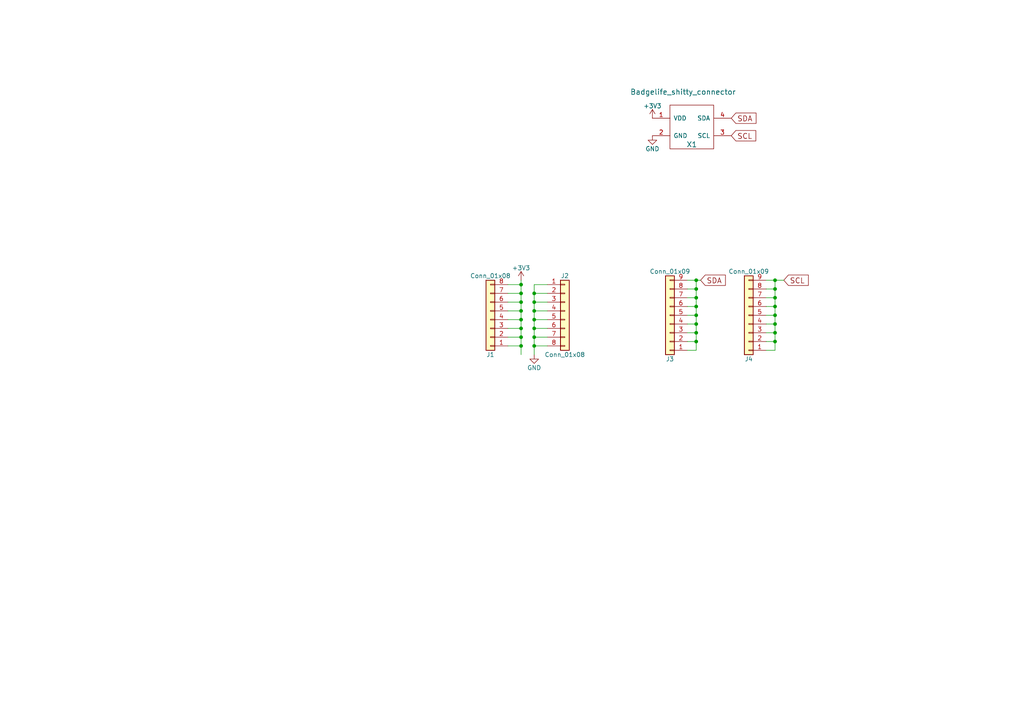
<source format=kicad_sch>
(kicad_sch (version 20230121) (generator eeschema)
  (paper "A4")
  (title_block (title "Badgelife Development Board") (date "2018-06-06") (rev "Millenium Edition") (company "AND!XOR") (comment 1 "Apache 2.0 License"))
  (lib_symbols
    (symbol "badgelife_dev_board-rescue:+3.3V" (power) (pin_names (offset 0))
      (property "Value" "+3.3V" (at 0 3.556 0))
      (symbol "+3.3V_0_1"
        (polyline (pts (xy -0.762 1.27) (xy 0 2.54)))
        (polyline (pts (xy 0 0) (xy 0 2.54)))
        (polyline (pts (xy 0 2.54) (xy 0.762 1.27)))
      )
      (symbol "+3.3V_1_1"
        (pin power_in line (at 0 0 90) (length 0) hide (name "+3V3") (number "1"))
      )
    )
    (symbol "badgelife_dev_board-rescue:Badgelife_shitty_connector" (pin_names (offset 1.016))
      (property "Reference" "X" (at 2.54 -5.08 0))
      (property "Value" "Badgelife_shitty_connector" (at 0 10.16 0))
      (symbol "Badgelife_shitty_connector_0_1"
        (rectangle (start -3.81 6.35) (end 8.89 -6.35))
      )
      (symbol "Badgelife_shitty_connector_1_1"
        (pin input line (at -8.89 2.54 0) (length 5.08) (name "VDD") (number "1"))
        (pin input line (at -8.89 -2.54 0) (length 5.08) (name "GND") (number "2"))
        (pin input line (at 13.97 -2.54 180) (length 5.08) (name "SCL") (number "3"))
        (pin input line (at 13.97 2.54 180) (length 5.08) (name "SDA") (number "4"))
      )
    )
    (symbol "badgelife_dev_board-rescue:Conn_01x08" (pin_names (offset 1.016) hide)
      (property "Reference" "J" (at 0 10.16 0))
      (property "Value" "Conn_01x08" (at 0 -12.7 0))
      (symbol "Conn_01x08_1_1"
        (rectangle (start -1.27 -10.033) (end 0 -10.287) (stroke (width 0.1524)))
        (rectangle (start -1.27 -7.493) (end 0 -7.747) (stroke (width 0.1524)))
        (rectangle (start -1.27 -4.953) (end 0 -5.207) (stroke (width 0.1524)))
        (rectangle (start -1.27 -2.413) (end 0 -2.667) (stroke (width 0.1524)))
        (rectangle (start -1.27 0.127) (end 0 -0.127) (stroke (width 0.1524)))
        (rectangle (start -1.27 2.667) (end 0 2.413) (stroke (width 0.1524)))
        (rectangle (start -1.27 5.207) (end 0 4.953) (stroke (width 0.1524)))
        (rectangle (start -1.27 7.747) (end 0 7.493) (stroke (width 0.1524)))
        (rectangle (start -1.27 8.89) (end 1.27 -11.43) (stroke (width 0.254)) (fill (type background)))
        (pin passive line (at -5.08 7.62 0) (length 3.81) (name "Pin_1") (number "1"))
        (pin passive line (at -5.08 5.08 0) (length 3.81) (name "Pin_2") (number "2"))
        (pin passive line (at -5.08 2.54 0) (length 3.81) (name "Pin_3") (number "3"))
        (pin passive line (at -5.08 0 0) (length 3.81) (name "Pin_4") (number "4"))
        (pin passive line (at -5.08 -2.54 0) (length 3.81) (name "Pin_5") (number "5"))
        (pin passive line (at -5.08 -5.08 0) (length 3.81) (name "Pin_6") (number "6"))
        (pin passive line (at -5.08 -7.62 0) (length 3.81) (name "Pin_7") (number "7"))
        (pin passive line (at -5.08 -10.16 0) (length 3.81) (name "Pin_8") (number "8"))
      )
    )
    (symbol "badgelife_dev_board-rescue:Conn_01x09" (pin_names (offset 1.016) hide)
      (property "Reference" "J" (at 0 12.7 0))
      (property "Value" "Conn_01x09" (at 0 -12.7 0))
      (symbol "Conn_01x09_1_1"
        (rectangle (start -1.27 -10.033) (end 0 -10.287) (stroke (width 0.1524)))
        (rectangle (start -1.27 -7.493) (end 0 -7.747) (stroke (width 0.1524)))
        (rectangle (start -1.27 -4.953) (end 0 -5.207) (stroke (width 0.1524)))
        (rectangle (start -1.27 -2.413) (end 0 -2.667) (stroke (width 0.1524)))
        (rectangle (start -1.27 0.127) (end 0 -0.127) (stroke (width 0.1524)))
        (rectangle (start -1.27 2.667) (end 0 2.413) (stroke (width 0.1524)))
        (rectangle (start -1.27 5.207) (end 0 4.953) (stroke (width 0.1524)))
        (rectangle (start -1.27 7.747) (end 0 7.493) (stroke (width 0.1524)))
        (rectangle (start -1.27 10.287) (end 0 10.033) (stroke (width 0.1524)))
        (rectangle (start -1.27 11.43) (end 1.27 -11.43) (stroke (width 0.254)) (fill (type background)))
        (pin passive line (at -5.08 10.16 0) (length 3.81) (name "Pin_1") (number "1"))
        (pin passive line (at -5.08 7.62 0) (length 3.81) (name "Pin_2") (number "2"))
        (pin passive line (at -5.08 5.08 0) (length 3.81) (name "Pin_3") (number "3"))
        (pin passive line (at -5.08 2.54 0) (length 3.81) (name "Pin_4") (number "4"))
        (pin passive line (at -5.08 0 0) (length 3.81) (name "Pin_5") (number "5"))
        (pin passive line (at -5.08 -2.54 0) (length 3.81) (name "Pin_6") (number "6"))
        (pin passive line (at -5.08 -5.08 0) (length 3.81) (name "Pin_7") (number "7"))
        (pin passive line (at -5.08 -7.62 0) (length 3.81) (name "Pin_8") (number "8"))
        (pin passive line (at -5.08 -10.16 0) (length 3.81) (name "Pin_9") (number "9"))
      )
    )
    (symbol "badgelife_dev_board-rescue:GND" (power) (pin_names (offset 0))
      (property "Value" "GND" (at 0 -3.81 0))
      (symbol "GND_0_1"
        (polyline (pts (xy 0 0) (xy 0 -1.27) (xy 1.27 -1.27) (xy 0 -2.54) (xy -1.27 -1.27) (xy 0 -1.27)))
      )
      (symbol "GND_1_1"
        (pin power_in line (at 0 0 270) (length 0) hide (name "GND") (number "1"))
      )
    )
  )
  (junction (at 201.93 88.9))
  (junction (at 151.13 85.09))
  (junction (at 224.79 81.28))
  (junction (at 151.13 82.55))
  (junction (at 154.94 87.63))
  (junction (at 151.13 100.33))
  (junction (at 201.93 96.52))
  (junction (at 201.93 81.28))
  (junction (at 224.79 99.06))
  (junction (at 151.13 92.71))
  (junction (at 154.94 95.25))
  (junction (at 201.93 93.98))
  (junction (at 151.13 90.17))
  (junction (at 154.94 90.17))
  (junction (at 151.13 95.25))
  (junction (at 201.93 99.06))
  (junction (at 224.79 93.98))
  (junction (at 154.94 97.79))
  (junction (at 151.13 97.79))
  (junction (at 201.93 83.82))
  (junction (at 154.94 85.09))
  (junction (at 154.94 100.33))
  (junction (at 224.79 88.9))
  (junction (at 201.93 91.44))
  (junction (at 224.79 96.52))
  (junction (at 154.94 92.71))
  (junction (at 224.79 86.36))
  (junction (at 151.13 87.63))
  (junction (at 224.79 91.44))
  (junction (at 201.93 86.36))
  (junction (at 224.79 83.82))
  (wire (pts (xy 224.79 99.06) (xy 222.25 99.06)))
  (wire (pts (xy 154.94 97.79) (xy 154.94 100.33)))
  (wire (pts (xy 158.75 90.17) (xy 154.94 90.17)))
  (wire (pts (xy 158.75 92.71) (xy 154.94 92.71)))
  (wire (pts (xy 158.75 87.63) (xy 154.94 87.63)))
  (wire (pts (xy 224.79 99.06) (xy 224.79 101.6)))
  (wire (pts (xy 201.93 101.6) (xy 199.39 101.6)))
  (wire (pts (xy 222.25 88.9) (xy 224.79 88.9)))
  (wire (pts (xy 154.94 82.55) (xy 154.94 85.09)))
  (wire (pts (xy 154.94 87.63) (xy 154.94 90.17)))
  (wire (pts (xy 224.79 93.98) (xy 224.79 96.52)))
  (wire (pts (xy 154.94 92.71) (xy 154.94 95.25)))
  (wire (pts (xy 201.93 96.52) (xy 201.93 99.06)))
  (wire (pts (xy 154.94 95.25) (xy 154.94 97.79)))
  (wire (pts (xy 201.93 86.36) (xy 201.93 88.9)))
  (wire (pts (xy 222.25 86.36) (xy 224.79 86.36)))
  (wire (pts (xy 201.93 88.9) (xy 201.93 91.44)))
  (wire (pts (xy 158.75 97.79) (xy 154.94 97.79)))
  (wire (pts (xy 147.32 92.71) (xy 151.13 92.71)))
  (wire (pts (xy 158.75 100.33) (xy 154.94 100.33)))
  (wire (pts (xy 151.13 92.71) (xy 151.13 95.25)))
  (wire (pts (xy 201.93 81.28) (xy 199.39 81.28)))
  (wire (pts (xy 151.13 87.63) (xy 151.13 90.17)))
  (wire (pts (xy 201.93 99.06) (xy 199.39 99.06)))
  (wire (pts (xy 154.94 85.09) (xy 154.94 87.63)))
  (wire (pts (xy 203.2 81.28) (xy 201.93 81.28)))
  (wire (pts (xy 151.13 85.09) (xy 151.13 87.63)))
  (wire (pts (xy 224.79 83.82) (xy 224.79 86.36)))
  (wire (pts (xy 201.93 99.06) (xy 201.93 101.6)))
  (wire (pts (xy 222.25 93.98) (xy 224.79 93.98)))
  (wire (pts (xy 199.39 86.36) (xy 201.93 86.36)))
  (wire (pts (xy 199.39 83.82) (xy 201.93 83.82)))
  (wire (pts (xy 151.13 97.79) (xy 151.13 100.33)))
  (wire (pts (xy 151.13 85.09) (xy 147.32 85.09)))
  (wire (pts (xy 151.13 81.28) (xy 151.13 82.55)))
  (wire (pts (xy 151.13 100.33) (xy 151.13 102.87)))
  (wire (pts (xy 151.13 82.55) (xy 151.13 85.09)))
  (wire (pts (xy 151.13 95.25) (xy 151.13 97.79)))
  (wire (pts (xy 201.93 83.82) (xy 201.93 86.36)))
  (wire (pts (xy 151.13 95.25) (xy 147.32 95.25)))
  (wire (pts (xy 224.79 101.6) (xy 222.25 101.6)))
  (wire (pts (xy 222.25 91.44) (xy 224.79 91.44)))
  (wire (pts (xy 151.13 100.33) (xy 147.32 100.33)))
  (wire (pts (xy 147.32 82.55) (xy 151.13 82.55)))
  (wire (pts (xy 224.79 88.9) (xy 224.79 91.44)))
  (wire (pts (xy 222.25 83.82) (xy 224.79 83.82)))
  (wire (pts (xy 158.75 95.25) (xy 154.94 95.25)))
  (wire (pts (xy 201.93 96.52) (xy 199.39 96.52)))
  (wire (pts (xy 154.94 100.33) (xy 154.94 102.87)))
  (wire (pts (xy 224.79 91.44) (xy 224.79 93.98)))
  (wire (pts (xy 151.13 97.79) (xy 147.32 97.79)))
  (wire (pts (xy 201.93 91.44) (xy 201.93 93.98)))
  (wire (pts (xy 154.94 90.17) (xy 154.94 92.71)))
  (wire (pts (xy 224.79 81.28) (xy 222.25 81.28)))
  (wire (pts (xy 227.33 81.28) (xy 224.79 81.28)))
  (wire (pts (xy 154.94 82.55) (xy 158.75 82.55)))
  (wire (pts (xy 201.93 81.28) (xy 201.93 83.82)))
  (wire (pts (xy 158.75 85.09) (xy 154.94 85.09)))
  (wire (pts (xy 224.79 86.36) (xy 224.79 88.9)))
  (wire (pts (xy 151.13 90.17) (xy 147.32 90.17)))
  (wire (pts (xy 199.39 93.98) (xy 201.93 93.98)))
  (wire (pts (xy 224.79 96.52) (xy 224.79 99.06)))
  (wire (pts (xy 199.39 88.9) (xy 201.93 88.9)))
  (wire (pts (xy 151.13 90.17) (xy 151.13 92.71)))
  (wire (pts (xy 201.93 93.98) (xy 201.93 96.52)))
  (wire (pts (xy 224.79 96.52) (xy 222.25 96.52)))
  (wire (pts (xy 147.32 87.63) (xy 151.13 87.63)))
  (wire (pts (xy 224.79 81.28) (xy 224.79 83.82)))
  (wire (pts (xy 199.39 91.44) (xy 201.93 91.44)))
  (global_label "SDA" (shape input) (at 212.09 34.29 0) (effects (font (size 1.524 1.524))) (property "Intersheetrefs" "${INTERSHEET_REFS}" (effects hide)))
  (global_label "SCL" (shape input) (at 227.33 81.28 0) (effects (font (size 1.524 1.524))) (property "Intersheetrefs" "${INTERSHEET_REFS}" (effects hide)))
  (global_label "SCL" (shape input) (at 212.09 39.37 0) (effects (font (size 1.524 1.524))) (property "Intersheetrefs" "${INTERSHEET_REFS}" (effects hide)))
  (global_label "SDA" (shape input) (at 203.2 81.28 0) (effects (font (size 1.524 1.524))) (property "Intersheetrefs" "${INTERSHEET_REFS}" (effects hide)))
  (symbol (lib_id "badgelife_dev_board-rescue:GND") (at 189.23 39.37 0) (unit 1)
    (property "Reference" "#PWR4" (effects hide))
    (property "Value" "GND" (at 189.23 43.18 0))
  )
  (symbol (lib_id "badgelife_dev_board-rescue:+3.3V") (at 189.23 34.29 0) (unit 1)
    (property "Reference" "#PWR3" (effects hide))
    (property "Value" "+3.3V" (at 189.23 30.734 0))
  )
  (symbol (lib_id "badgelife_dev_board-rescue:GND") (at 154.94 102.87 0) (unit 1)
    (property "Reference" "#PWR2" (effects hide))
    (property "Value" "GND" (at 154.94 106.68 0))
  )
  (symbol (lib_id "badgelife_dev_board-rescue:+3.3V") (at 151.13 81.28 0) (unit 1)
    (property "Reference" "#PWR1" (effects hide))
    (property "Value" "+3.3V" (at 151.13 77.724 0))
  )
  (symbol (lib_id "badgelife_dev_board-rescue:Badgelife_shitty_connector") (at 198.12 36.83 0) (unit 1)
    (property "Reference" "X1" (at 200.66 41.91 0) (effects (font (size 1.524 1.524))))
    (property "Value" "Badgelife_shitty_connector" (at 198.12 26.67 0) (effects (font (size 1.524 1.524))))
    (property "Footprint" "mrmeeseeks:Badgelife-Shitty-2x2" (effects hide))
  )
  (symbol (lib_id "badgelife_dev_board-rescue:Conn_01x09") (at 194.31 91.44 180) (unit 1)
    (property "Reference" "J3" (at 194.31 104.14 0))
    (property "Value" "Conn_01x09" (at 194.31 78.74 0))
  )
  (symbol (lib_id "badgelife_dev_board-rescue:Conn_01x09") (at 217.17 91.44 180) (unit 1)
    (property "Reference" "J4" (at 217.17 104.14 0))
    (property "Value" "Conn_01x09" (at 217.17 78.74 0))
  )
  (symbol (lib_id "badgelife_dev_board-rescue:Conn_01x08") (at 163.83 90.17 0) (unit 1)
    (property "Reference" "J2" (at 163.83 80.01 0))
    (property "Value" "Conn_01x08" (at 163.83 102.87 0))
  )
  (symbol (lib_id "badgelife_dev_board-rescue:Conn_01x08") (at 142.24 92.71 180) (unit 1)
    (property "Reference" "J1" (at 142.24 102.87 0))
    (property "Value" "Conn_01x08" (at 142.24 80.01 0))
  )
)
</source>
